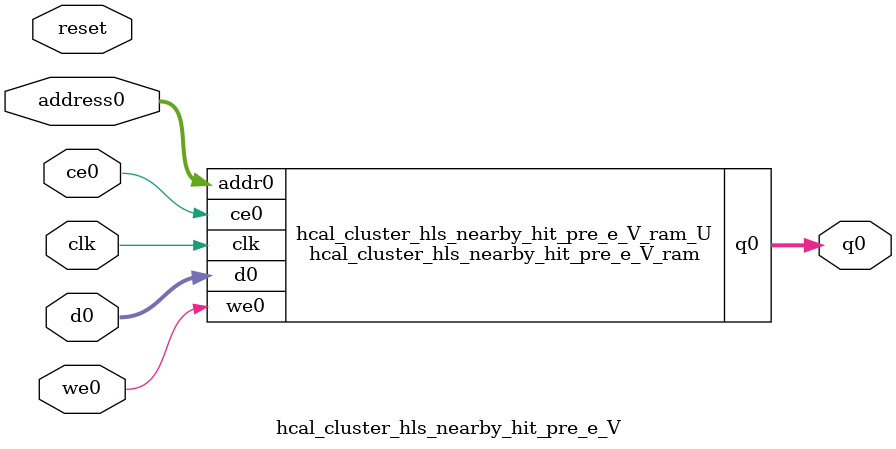
<source format=v>
`timescale 1 ns / 1 ps
module hcal_cluster_hls_nearby_hit_pre_e_V_ram (addr0, ce0, d0, we0, q0,  clk);

parameter DWIDTH = 13;
parameter AWIDTH = 4;
parameter MEM_SIZE = 9;

input[AWIDTH-1:0] addr0;
input ce0;
input[DWIDTH-1:0] d0;
input we0;
output reg[DWIDTH-1:0] q0;
input clk;

reg [DWIDTH-1:0] ram[0:MEM_SIZE-1];




always @(posedge clk)  
begin 
    if (ce0) begin
        if (we0) 
            ram[addr0] <= d0; 
        q0 <= ram[addr0];
    end
end


endmodule

`timescale 1 ns / 1 ps
module hcal_cluster_hls_nearby_hit_pre_e_V(
    reset,
    clk,
    address0,
    ce0,
    we0,
    d0,
    q0);

parameter DataWidth = 32'd13;
parameter AddressRange = 32'd9;
parameter AddressWidth = 32'd4;
input reset;
input clk;
input[AddressWidth - 1:0] address0;
input ce0;
input we0;
input[DataWidth - 1:0] d0;
output[DataWidth - 1:0] q0;



hcal_cluster_hls_nearby_hit_pre_e_V_ram hcal_cluster_hls_nearby_hit_pre_e_V_ram_U(
    .clk( clk ),
    .addr0( address0 ),
    .ce0( ce0 ),
    .we0( we0 ),
    .d0( d0 ),
    .q0( q0 ));

endmodule


</source>
